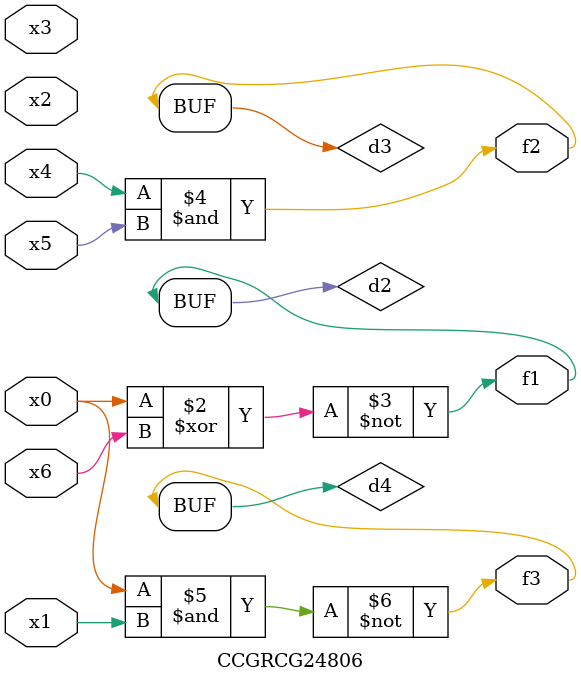
<source format=v>
module CCGRCG24806(
	input x0, x1, x2, x3, x4, x5, x6,
	output f1, f2, f3
);

	wire d1, d2, d3, d4;

	nor (d1, x0);
	xnor (d2, x0, x6);
	and (d3, x4, x5);
	nand (d4, x0, x1);
	assign f1 = d2;
	assign f2 = d3;
	assign f3 = d4;
endmodule

</source>
